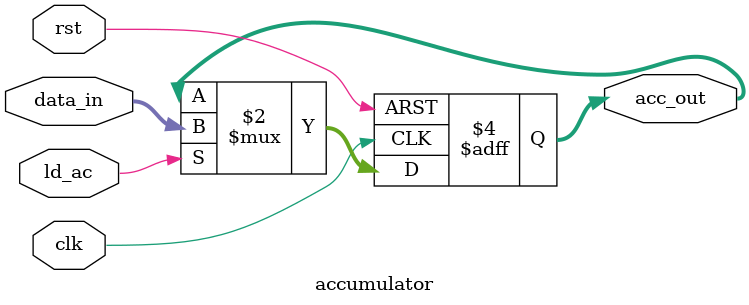
<source format=v>
module accumulator (
    input wire clk,           // Clock input
    input wire rst,           // Active HIGH reset
    input wire ld_ac,         // Load enable for accumulator
    input wire [7:0] data_in, // Data input from ALU
    output reg [7:0] acc_out  // Accumulator output
);

    // Accumulator register
    always @(posedge clk or posedge rst) begin
        if (rst) begin
            // Reset accumulator to 0
            acc_out <= 8'h00;
        end else if (ld_ac) begin
            // Load new value into accumulator
            acc_out <= data_in;
        end
        // Otherwise, maintain current value
    end
    
endmodule 
</source>
